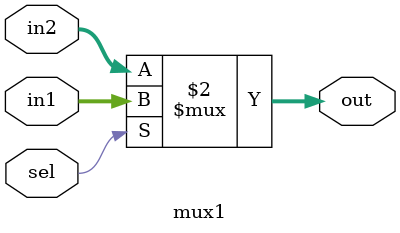
<source format=v>
module mux1(in1,in2,sel,out);
input [15:0] in1,in2;
input sel;
output [15:0] out;
assign out=(sel==1'b0)?in2:in1;


endmodule

</source>
